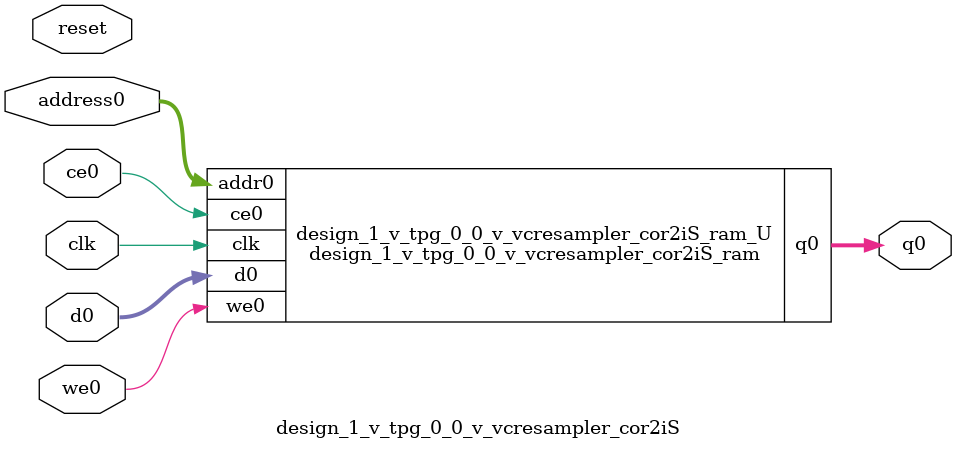
<source format=v>
`timescale 1 ns / 1 ps
module design_1_v_tpg_0_0_v_vcresampler_cor2iS_ram (addr0, ce0, d0, we0, q0,  clk);

parameter DWIDTH = 8;
parameter AWIDTH = 12;
parameter MEM_SIZE = 4096;

input[AWIDTH-1:0] addr0;
input ce0;
input[DWIDTH-1:0] d0;
input we0;
output reg[DWIDTH-1:0] q0;
input clk;

(* ram_style = "block" *)reg [DWIDTH-1:0] ram[0:MEM_SIZE-1];




always @(posedge clk)  
begin 
    if (ce0) begin
        if (we0) 
            ram[addr0] <= d0; 
        q0 <= ram[addr0];
    end
end


endmodule

`timescale 1 ns / 1 ps
module design_1_v_tpg_0_0_v_vcresampler_cor2iS(
    reset,
    clk,
    address0,
    ce0,
    we0,
    d0,
    q0);

parameter DataWidth = 32'd8;
parameter AddressRange = 32'd4096;
parameter AddressWidth = 32'd12;
input reset;
input clk;
input[AddressWidth - 1:0] address0;
input ce0;
input we0;
input[DataWidth - 1:0] d0;
output[DataWidth - 1:0] q0;



design_1_v_tpg_0_0_v_vcresampler_cor2iS_ram design_1_v_tpg_0_0_v_vcresampler_cor2iS_ram_U(
    .clk( clk ),
    .addr0( address0 ),
    .ce0( ce0 ),
    .we0( we0 ),
    .d0( d0 ),
    .q0( q0 ));

endmodule


</source>
